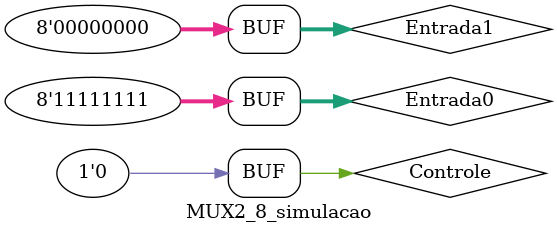
<source format=v>
module MUX2_8_simulacao;
  reg [7:0] Entrada0, Entrada1;
  reg Controle;
  wire [7:0] Resultado;

  initial begin
    $monitor("Time=%0d Entrada0=%b Entrada1=%b Controle=%b Resultado=%b",
    $time, Entrada0, Entrada1, Controle, Resultado);
    
  end

  initial begin
    Entrada0 <= 8'b11111111;
    Entrada1 <= 8'b00000000;
    Controle <= 0;
  end

  always begin
    #1 Controle <= 1;
    #1 Controle <= 0;
  end

  MUX2_8 MUX2_8Canais(Entrada0, Entrada1, Controle, Resultado);

endmodule
</source>
